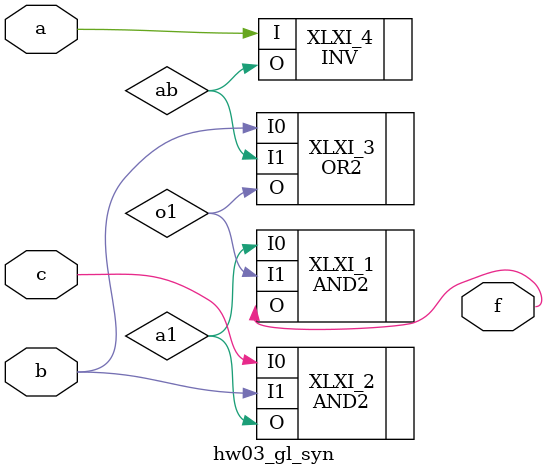
<source format=v>
`timescale 1ns / 1ps

module hw03_gl_syn(a,
    b,
    c,
    f);

    input a;
    input b;
    input c;
    output f;

    wire ab;
    wire a1;
    wire o1;

    AND2  XLXI_1 (.I0(a1),
        .I1(o1),
        .O(f));
    AND2  XLXI_2 (.I0(c),
        .I1(b),
        .O(a1));
    OR2  XLXI_3 (.I0(b),
        .I1(ab),
        .O(o1));
    INV  XLXI_4 (.I(a),
        .O(ab));
        
endmodule


</source>
